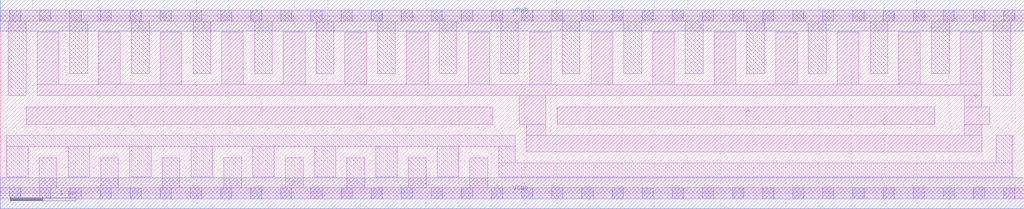
<source format=lef>
# Copyright 2020 The SkyWater PDK Authors
#
# Licensed under the Apache License, Version 2.0 (the "License");
# you may not use this file except in compliance with the License.
# You may obtain a copy of the License at
#
#     https://www.apache.org/licenses/LICENSE-2.0
#
# Unless required by applicable law or agreed to in writing, software
# distributed under the License is distributed on an "AS IS" BASIS,
# WITHOUT WARRANTIES OR CONDITIONS OF ANY KIND, either express or implied.
# See the License for the specific language governing permissions and
# limitations under the License.
#
# SPDX-License-Identifier: Apache-2.0

VERSION 5.7 ;
  NAMESCASESENSITIVE ON ;
  NOWIREEXTENSIONATPIN ON ;
  DIVIDERCHAR "/" ;
  BUSBITCHARS "[]" ;
UNITS
  DATABASE MICRONS 200 ;
END UNITS
PROPERTYDEFINITIONS
  MACRO maskLayoutSubType STRING ;
  MACRO prCellType STRING ;
  MACRO originalViewName STRING ;
END PROPERTYDEFINITIONS
MACRO sky130_fd_sc_hdll__nand2_16
  CLASS CORE ;
  FOREIGN sky130_fd_sc_hdll__nand2_16 ;
  ORIGIN  0.000000  0.000000 ;
  SIZE  15.64000 BY  2.720000 ;
  SYMMETRY X Y R90 ;
  SITE unithd ;
  PIN A
    ANTENNAGATEAREA  4.440000 ;
    DIRECTION INPUT ;
    USE SIGNAL ;
    PORT
      LAYER li1 ;
        RECT 8.505000 1.055000 14.275000 1.325000 ;
    END
  END A
  PIN B
    ANTENNAGATEAREA  4.440000 ;
    DIRECTION INPUT ;
    USE SIGNAL ;
    PORT
      LAYER li1 ;
        RECT 0.395000 1.055000 7.525000 1.325000 ;
    END
  END B
  PIN Y
    ANTENNADIFFAREA  6.499000 ;
    DIRECTION OUTPUT ;
    USE SIGNAL ;
    PORT
      LAYER li1 ;
        RECT  0.565000 1.495000 14.995000 1.665000 ;
        RECT  0.565000 1.665000  0.895000 2.465000 ;
        RECT  1.505000 1.665000  1.835000 2.465000 ;
        RECT  2.445000 1.665000  2.775000 2.465000 ;
        RECT  3.385000 1.665000  3.715000 2.465000 ;
        RECT  4.325000 1.665000  4.655000 2.465000 ;
        RECT  5.265000 1.665000  5.595000 2.465000 ;
        RECT  6.205000 1.665000  6.535000 2.465000 ;
        RECT  7.145000 1.665000  7.475000 2.465000 ;
        RECT  7.925000 1.055000  8.335000 1.495000 ;
        RECT  8.035000 0.635000 14.995000 0.885000 ;
        RECT  8.035000 0.885000  8.335000 1.055000 ;
        RECT  8.085000 1.665000  8.415000 2.465000 ;
        RECT  9.025000 1.665000  9.355000 2.465000 ;
        RECT  9.965000 1.665000 10.295000 2.465000 ;
        RECT 10.905000 1.665000 11.235000 2.465000 ;
        RECT 11.845000 1.665000 12.175000 2.465000 ;
        RECT 12.785000 1.665000 13.115000 2.465000 ;
        RECT 13.725000 1.665000 14.055000 2.465000 ;
        RECT 14.665000 1.665000 14.995000 2.465000 ;
        RECT 14.725000 0.885000 14.995000 1.055000 ;
        RECT 14.725000 1.055000 15.115000 1.325000 ;
        RECT 14.725000 1.325000 14.995000 1.495000 ;
    END
  END Y
  PIN VGND
    DIRECTION INOUT ;
    USE GROUND ;
    PORT
      LAYER met1 ;
        RECT 0.000000 -0.240000 15.640000 0.240000 ;
    END
  END VGND
  PIN VPWR
    DIRECTION INOUT ;
    USE POWER ;
    PORT
      LAYER met1 ;
        RECT 0.000000 2.480000 15.640000 2.960000 ;
    END
  END VPWR
  OBS
    LAYER li1 ;
      RECT  0.000000 -0.085000 15.640000 0.085000 ;
      RECT  0.000000  2.635000 15.640000 2.805000 ;
      RECT  0.095000  0.255000  0.425000 0.715000 ;
      RECT  0.095000  0.715000  7.865000 0.885000 ;
      RECT  0.125000  1.495000  0.395000 2.635000 ;
      RECT  0.595000  0.085000  0.865000 0.545000 ;
      RECT  1.035000  0.255000  1.365000 0.715000 ;
      RECT  1.065000  1.835000  1.335000 2.635000 ;
      RECT  1.535000  0.085000  1.805000 0.545000 ;
      RECT  1.975000  0.255000  2.305000 0.715000 ;
      RECT  2.005000  1.835000  2.275000 2.635000 ;
      RECT  2.475000  0.085000  2.745000 0.545000 ;
      RECT  2.915000  0.255000  3.245000 0.715000 ;
      RECT  2.945000  1.835000  3.215000 2.635000 ;
      RECT  3.415000  0.085000  3.685000 0.545000 ;
      RECT  3.855000  0.255000  4.185000 0.715000 ;
      RECT  3.885000  1.835000  4.155000 2.635000 ;
      RECT  4.355000  0.085000  4.625000 0.545000 ;
      RECT  4.795000  0.255000  5.125000 0.715000 ;
      RECT  4.825000  1.835000  5.095000 2.635000 ;
      RECT  5.295000  0.085000  5.565000 0.545000 ;
      RECT  5.735000  0.255000  6.065000 0.715000 ;
      RECT  5.765000  1.835000  6.035000 2.635000 ;
      RECT  6.235000  0.085000  6.505000 0.545000 ;
      RECT  6.675000  0.255000  7.005000 0.715000 ;
      RECT  6.705000  1.835000  6.975000 2.635000 ;
      RECT  7.175000  0.085000  7.445000 0.545000 ;
      RECT  7.615000  0.255000 15.465000 0.465000 ;
      RECT  7.615000  0.465000  7.865000 0.715000 ;
      RECT  7.645000  1.835000  7.915000 2.635000 ;
      RECT  8.585000  1.835000  8.855000 2.635000 ;
      RECT  9.525000  1.835000  9.795000 2.635000 ;
      RECT 10.465000  1.835000 10.735000 2.635000 ;
      RECT 11.405000  1.835000 11.675000 2.635000 ;
      RECT 12.345000  1.835000 12.615000 2.635000 ;
      RECT 13.285000  1.835000 13.555000 2.635000 ;
      RECT 14.225000  1.835000 14.495000 2.635000 ;
      RECT 15.165000  1.495000 15.435000 2.635000 ;
      RECT 15.215000  0.465000 15.465000 0.885000 ;
    LAYER mcon ;
      RECT  0.145000 -0.085000  0.315000 0.085000 ;
      RECT  0.145000  2.635000  0.315000 2.805000 ;
      RECT  0.605000 -0.085000  0.775000 0.085000 ;
      RECT  0.605000  2.635000  0.775000 2.805000 ;
      RECT  1.065000 -0.085000  1.235000 0.085000 ;
      RECT  1.065000  2.635000  1.235000 2.805000 ;
      RECT  1.525000 -0.085000  1.695000 0.085000 ;
      RECT  1.525000  2.635000  1.695000 2.805000 ;
      RECT  1.985000 -0.085000  2.155000 0.085000 ;
      RECT  1.985000  2.635000  2.155000 2.805000 ;
      RECT  2.445000 -0.085000  2.615000 0.085000 ;
      RECT  2.445000  2.635000  2.615000 2.805000 ;
      RECT  2.905000 -0.085000  3.075000 0.085000 ;
      RECT  2.905000  2.635000  3.075000 2.805000 ;
      RECT  3.365000 -0.085000  3.535000 0.085000 ;
      RECT  3.365000  2.635000  3.535000 2.805000 ;
      RECT  3.825000 -0.085000  3.995000 0.085000 ;
      RECT  3.825000  2.635000  3.995000 2.805000 ;
      RECT  4.285000 -0.085000  4.455000 0.085000 ;
      RECT  4.285000  2.635000  4.455000 2.805000 ;
      RECT  4.745000 -0.085000  4.915000 0.085000 ;
      RECT  4.745000  2.635000  4.915000 2.805000 ;
      RECT  5.205000 -0.085000  5.375000 0.085000 ;
      RECT  5.205000  2.635000  5.375000 2.805000 ;
      RECT  5.665000 -0.085000  5.835000 0.085000 ;
      RECT  5.665000  2.635000  5.835000 2.805000 ;
      RECT  6.125000 -0.085000  6.295000 0.085000 ;
      RECT  6.125000  2.635000  6.295000 2.805000 ;
      RECT  6.585000 -0.085000  6.755000 0.085000 ;
      RECT  6.585000  2.635000  6.755000 2.805000 ;
      RECT  7.045000 -0.085000  7.215000 0.085000 ;
      RECT  7.045000  2.635000  7.215000 2.805000 ;
      RECT  7.505000 -0.085000  7.675000 0.085000 ;
      RECT  7.505000  2.635000  7.675000 2.805000 ;
      RECT  7.965000 -0.085000  8.135000 0.085000 ;
      RECT  7.965000  2.635000  8.135000 2.805000 ;
      RECT  8.425000 -0.085000  8.595000 0.085000 ;
      RECT  8.425000  2.635000  8.595000 2.805000 ;
      RECT  8.885000 -0.085000  9.055000 0.085000 ;
      RECT  8.885000  2.635000  9.055000 2.805000 ;
      RECT  9.345000 -0.085000  9.515000 0.085000 ;
      RECT  9.345000  2.635000  9.515000 2.805000 ;
      RECT  9.805000 -0.085000  9.975000 0.085000 ;
      RECT  9.805000  2.635000  9.975000 2.805000 ;
      RECT 10.265000 -0.085000 10.435000 0.085000 ;
      RECT 10.265000  2.635000 10.435000 2.805000 ;
      RECT 10.725000 -0.085000 10.895000 0.085000 ;
      RECT 10.725000  2.635000 10.895000 2.805000 ;
      RECT 11.185000 -0.085000 11.355000 0.085000 ;
      RECT 11.185000  2.635000 11.355000 2.805000 ;
      RECT 11.645000 -0.085000 11.815000 0.085000 ;
      RECT 11.645000  2.635000 11.815000 2.805000 ;
      RECT 12.105000 -0.085000 12.275000 0.085000 ;
      RECT 12.105000  2.635000 12.275000 2.805000 ;
      RECT 12.565000 -0.085000 12.735000 0.085000 ;
      RECT 12.565000  2.635000 12.735000 2.805000 ;
      RECT 13.025000 -0.085000 13.195000 0.085000 ;
      RECT 13.025000  2.635000 13.195000 2.805000 ;
      RECT 13.485000 -0.085000 13.655000 0.085000 ;
      RECT 13.485000  2.635000 13.655000 2.805000 ;
      RECT 13.945000 -0.085000 14.115000 0.085000 ;
      RECT 13.945000  2.635000 14.115000 2.805000 ;
      RECT 14.405000 -0.085000 14.575000 0.085000 ;
      RECT 14.405000  2.635000 14.575000 2.805000 ;
      RECT 14.865000 -0.085000 15.035000 0.085000 ;
      RECT 14.865000  2.635000 15.035000 2.805000 ;
      RECT 15.325000 -0.085000 15.495000 0.085000 ;
      RECT 15.325000  2.635000 15.495000 2.805000 ;
  END
  PROPERTY maskLayoutSubType "abstract" ;
  PROPERTY prCellType "standard" ;
  PROPERTY originalViewName "layout" ;
END sky130_fd_sc_hdll__nand2_16

</source>
